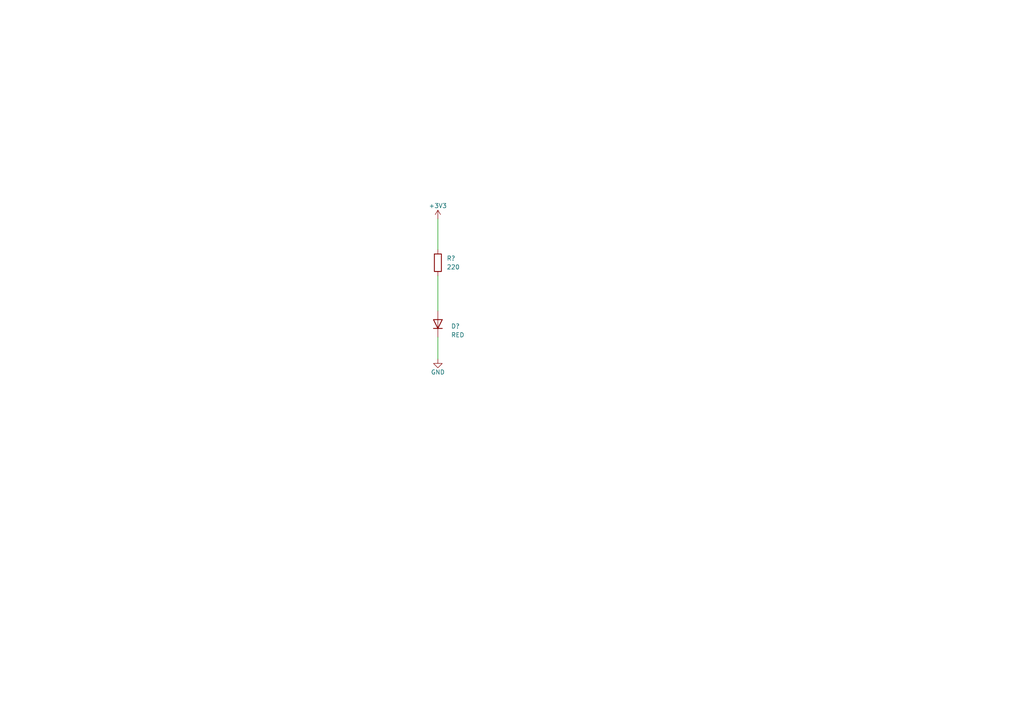
<source format=kicad_sch>
(kicad_sch (version 20250114) (generator "eeschema") (generator_version "9.0")
  (paper "A4")
  (lib_symbols
    (symbol "Device:LED" (pin_numbers (hide yes)) (pin_names (offset 1.016) (hide yes))
      (property "Reference" "D" (at 0 2.54 0))
      (property "Value" "LED" (at 0 -2.54 0))
      (symbol "LED_0_1"
        (polyline (pts (xy -1.27 0) (xy 1.27 0)))
        (polyline (pts (xy -1.27 -1.27) (xy -1.27 1.27)) (stroke (width 0.254)))
        (polyline (pts (xy 1.27 -1.27) (xy 1.27 1.27) (xy -1.27 0) (xy 1.27 -1.27)) (stroke (width 0.254)))
      )
      (symbol "LED_1_1"
        (pin passive line (at -3.81 0 0) (length 2.54) (name "K") (number "1"))
        (pin passive line (at 3.81 0 180) (length 2.54) (name "A") (number "2"))
      )
    )
    (symbol "Device:R" (pin_numbers (hide yes)) (pin_names (offset 0))
      (property "Reference" "R" (at 2.032 0 90))
      (property "Value" "R" (at 0 0 90))
      (symbol "R_0_1"
        (rectangle (start -1.016 -2.54) (end 1.016 2.54) (stroke (width 0.254)))
      )
      (symbol "R_1_1"
        (pin passive line (at 0 3.81 270) (length 1.27) (name "~") (number "1"))
        (pin passive line (at 0 -3.81 90) (length 1.27) (name "~") (number "2"))
      )
    )
    (symbol "power:+3V3" (power) (pin_names (offset 0))
      (property "Value" "+3V3" (at 0 3.556 0))
      (symbol "+3V3_0_1"
        (polyline (pts (xy -0.762 1.27) (xy 0 2.54)))
        (polyline (pts (xy 0 2.54) (xy 0.762 1.27)))
        (polyline (pts (xy 0 0) (xy 0 2.54)))
      )
      (symbol "+3V3_1_1"
        (pin power_in line (at 0 0 90) (length 0) (hide yes) (name "+3V3") (number "1"))
      )
    )
    (symbol "power:GND" (power) (pin_names (offset 0))
      (property "Value" "GND" (at 0 -3.81 0))
      (symbol "GND_0_1"
        (polyline (pts (xy 0 0) (xy 0 -1.27) (xy 1.27 -1.27) (xy 0 -2.54) (xy -1.27 -1.27) (xy 0 -1.27)))
      )
      (symbol "GND_1_1"
        (pin power_in line (at 0 0 270) (length 0) (hide yes) (name "GND") (number "1"))
      )
    )
  )
  (wire (pts (xy 127 63.5) (xy 127 72.39)))
  (wire (pts (xy 127 80.01) (xy 127 90.17)))
  (wire (pts (xy 127 97.79) (xy 127 104.14)))
  (symbol (lib_id "power:+3V3") (at 127 63.5 0) (unit 1)
    (property "Reference" "#PWR?" (effects (hide yes)))
    (property "Value" "+3V3" (at 127 59.69 0))
  )
  (symbol (lib_id "Device:R") (at 127 76.2 0) (unit 1)
    (property "Reference" "R?" (at 129.54 74.93 0) (effects (justify left)))
    (property "Value" "220" (at 129.54 77.47 0) (effects (justify left)))
    (property "Footprint" "Resistor_SMD:R_0805_2012Metric" (effects (hide yes)))
  )
  (symbol (lib_id "Device:LED") (at 127 93.98 90) (unit 1)
    (property "Reference" "D?" (at 130.81 94.615 90) (effects (justify right)))
    (property "Value" "RED" (at 130.81 97.155 90) (effects (justify right)))
    (property "Footprint" "LED_SMD:LED_0805_2012Metric" (effects (hide yes)))
  )
  (symbol (lib_id "power:GND") (at 127 104.14 0) (unit 1)
    (property "Reference" "#PWR?" (effects (hide yes)))
    (property "Value" "GND" (at 127 107.95 0))
  )
)
</source>
